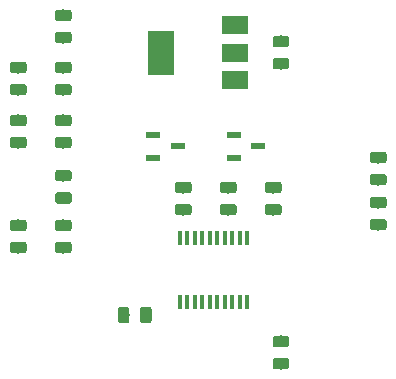
<source format=gbr>
G04 #@! TF.GenerationSoftware,KiCad,Pcbnew,(5.1.4)-1*
G04 #@! TF.CreationDate,2019-09-29T16:50:29-04:00*
G04 #@! TF.ProjectId,espDisp,65737044-6973-4702-9e6b-696361645f70,rev?*
G04 #@! TF.SameCoordinates,Original*
G04 #@! TF.FileFunction,Paste,Top*
G04 #@! TF.FilePolarity,Positive*
%FSLAX46Y46*%
G04 Gerber Fmt 4.6, Leading zero omitted, Abs format (unit mm)*
G04 Created by KiCad (PCBNEW (5.1.4)-1) date 2019-09-29 16:50:29*
%MOMM*%
%LPD*%
G04 APERTURE LIST*
%ADD10R,0.450000X1.250000*%
%ADD11R,1.300000X0.600000*%
%ADD12R,2.200000X1.500000*%
%ADD13R,2.200000X3.800000*%
%ADD14C,0.100000*%
%ADD15C,0.975000*%
G04 APERTURE END LIST*
D10*
X73342500Y-58559700D03*
X72707500Y-58559700D03*
X72072500Y-58559700D03*
X71437500Y-58559700D03*
X70802500Y-58559700D03*
X70167500Y-58559700D03*
X73977500Y-58559700D03*
X74612500Y-58559700D03*
X75247500Y-58559700D03*
X75882500Y-58559700D03*
X72707500Y-53200300D03*
X73342500Y-53200300D03*
X73977500Y-53200300D03*
X74612500Y-53200300D03*
X75247500Y-53200300D03*
X75882500Y-53200300D03*
X72072500Y-53200300D03*
X71437500Y-53200300D03*
X70802500Y-53200300D03*
X70167500Y-53200300D03*
D11*
X67945000Y-44455000D03*
X67945000Y-46355000D03*
X70045000Y-45405000D03*
X76835000Y-45405000D03*
X74735000Y-46355000D03*
X74735000Y-44455000D03*
D12*
X74880000Y-35165000D03*
X74880000Y-37465000D03*
X74880000Y-39765000D03*
D13*
X68580000Y-37465000D03*
D14*
G36*
X79220142Y-63316174D02*
G01*
X79243803Y-63319684D01*
X79267007Y-63325496D01*
X79289529Y-63333554D01*
X79311153Y-63343782D01*
X79331670Y-63356079D01*
X79350883Y-63370329D01*
X79368607Y-63386393D01*
X79384671Y-63404117D01*
X79398921Y-63423330D01*
X79411218Y-63443847D01*
X79421446Y-63465471D01*
X79429504Y-63487993D01*
X79435316Y-63511197D01*
X79438826Y-63534858D01*
X79440000Y-63558750D01*
X79440000Y-64046250D01*
X79438826Y-64070142D01*
X79435316Y-64093803D01*
X79429504Y-64117007D01*
X79421446Y-64139529D01*
X79411218Y-64161153D01*
X79398921Y-64181670D01*
X79384671Y-64200883D01*
X79368607Y-64218607D01*
X79350883Y-64234671D01*
X79331670Y-64248921D01*
X79311153Y-64261218D01*
X79289529Y-64271446D01*
X79267007Y-64279504D01*
X79243803Y-64285316D01*
X79220142Y-64288826D01*
X79196250Y-64290000D01*
X78283750Y-64290000D01*
X78259858Y-64288826D01*
X78236197Y-64285316D01*
X78212993Y-64279504D01*
X78190471Y-64271446D01*
X78168847Y-64261218D01*
X78148330Y-64248921D01*
X78129117Y-64234671D01*
X78111393Y-64218607D01*
X78095329Y-64200883D01*
X78081079Y-64181670D01*
X78068782Y-64161153D01*
X78058554Y-64139529D01*
X78050496Y-64117007D01*
X78044684Y-64093803D01*
X78041174Y-64070142D01*
X78040000Y-64046250D01*
X78040000Y-63558750D01*
X78041174Y-63534858D01*
X78044684Y-63511197D01*
X78050496Y-63487993D01*
X78058554Y-63465471D01*
X78068782Y-63443847D01*
X78081079Y-63423330D01*
X78095329Y-63404117D01*
X78111393Y-63386393D01*
X78129117Y-63370329D01*
X78148330Y-63356079D01*
X78168847Y-63343782D01*
X78190471Y-63333554D01*
X78212993Y-63325496D01*
X78236197Y-63319684D01*
X78259858Y-63316174D01*
X78283750Y-63315000D01*
X79196250Y-63315000D01*
X79220142Y-63316174D01*
X79220142Y-63316174D01*
G37*
D15*
X78740000Y-63802500D03*
D14*
G36*
X79220142Y-61441174D02*
G01*
X79243803Y-61444684D01*
X79267007Y-61450496D01*
X79289529Y-61458554D01*
X79311153Y-61468782D01*
X79331670Y-61481079D01*
X79350883Y-61495329D01*
X79368607Y-61511393D01*
X79384671Y-61529117D01*
X79398921Y-61548330D01*
X79411218Y-61568847D01*
X79421446Y-61590471D01*
X79429504Y-61612993D01*
X79435316Y-61636197D01*
X79438826Y-61659858D01*
X79440000Y-61683750D01*
X79440000Y-62171250D01*
X79438826Y-62195142D01*
X79435316Y-62218803D01*
X79429504Y-62242007D01*
X79421446Y-62264529D01*
X79411218Y-62286153D01*
X79398921Y-62306670D01*
X79384671Y-62325883D01*
X79368607Y-62343607D01*
X79350883Y-62359671D01*
X79331670Y-62373921D01*
X79311153Y-62386218D01*
X79289529Y-62396446D01*
X79267007Y-62404504D01*
X79243803Y-62410316D01*
X79220142Y-62413826D01*
X79196250Y-62415000D01*
X78283750Y-62415000D01*
X78259858Y-62413826D01*
X78236197Y-62410316D01*
X78212993Y-62404504D01*
X78190471Y-62396446D01*
X78168847Y-62386218D01*
X78148330Y-62373921D01*
X78129117Y-62359671D01*
X78111393Y-62343607D01*
X78095329Y-62325883D01*
X78081079Y-62306670D01*
X78068782Y-62286153D01*
X78058554Y-62264529D01*
X78050496Y-62242007D01*
X78044684Y-62218803D01*
X78041174Y-62195142D01*
X78040000Y-62171250D01*
X78040000Y-61683750D01*
X78041174Y-61659858D01*
X78044684Y-61636197D01*
X78050496Y-61612993D01*
X78058554Y-61590471D01*
X78068782Y-61568847D01*
X78081079Y-61548330D01*
X78095329Y-61529117D01*
X78111393Y-61511393D01*
X78129117Y-61495329D01*
X78148330Y-61481079D01*
X78168847Y-61468782D01*
X78190471Y-61458554D01*
X78212993Y-61450496D01*
X78236197Y-61444684D01*
X78259858Y-61441174D01*
X78283750Y-61440000D01*
X79196250Y-61440000D01*
X79220142Y-61441174D01*
X79220142Y-61441174D01*
G37*
D15*
X78740000Y-61927500D03*
D14*
G36*
X65702642Y-58991174D02*
G01*
X65726303Y-58994684D01*
X65749507Y-59000496D01*
X65772029Y-59008554D01*
X65793653Y-59018782D01*
X65814170Y-59031079D01*
X65833383Y-59045329D01*
X65851107Y-59061393D01*
X65867171Y-59079117D01*
X65881421Y-59098330D01*
X65893718Y-59118847D01*
X65903946Y-59140471D01*
X65912004Y-59162993D01*
X65917816Y-59186197D01*
X65921326Y-59209858D01*
X65922500Y-59233750D01*
X65922500Y-60146250D01*
X65921326Y-60170142D01*
X65917816Y-60193803D01*
X65912004Y-60217007D01*
X65903946Y-60239529D01*
X65893718Y-60261153D01*
X65881421Y-60281670D01*
X65867171Y-60300883D01*
X65851107Y-60318607D01*
X65833383Y-60334671D01*
X65814170Y-60348921D01*
X65793653Y-60361218D01*
X65772029Y-60371446D01*
X65749507Y-60379504D01*
X65726303Y-60385316D01*
X65702642Y-60388826D01*
X65678750Y-60390000D01*
X65191250Y-60390000D01*
X65167358Y-60388826D01*
X65143697Y-60385316D01*
X65120493Y-60379504D01*
X65097971Y-60371446D01*
X65076347Y-60361218D01*
X65055830Y-60348921D01*
X65036617Y-60334671D01*
X65018893Y-60318607D01*
X65002829Y-60300883D01*
X64988579Y-60281670D01*
X64976282Y-60261153D01*
X64966054Y-60239529D01*
X64957996Y-60217007D01*
X64952184Y-60193803D01*
X64948674Y-60170142D01*
X64947500Y-60146250D01*
X64947500Y-59233750D01*
X64948674Y-59209858D01*
X64952184Y-59186197D01*
X64957996Y-59162993D01*
X64966054Y-59140471D01*
X64976282Y-59118847D01*
X64988579Y-59098330D01*
X65002829Y-59079117D01*
X65018893Y-59061393D01*
X65036617Y-59045329D01*
X65055830Y-59031079D01*
X65076347Y-59018782D01*
X65097971Y-59008554D01*
X65120493Y-59000496D01*
X65143697Y-58994684D01*
X65167358Y-58991174D01*
X65191250Y-58990000D01*
X65678750Y-58990000D01*
X65702642Y-58991174D01*
X65702642Y-58991174D01*
G37*
D15*
X65435000Y-59690000D03*
D14*
G36*
X67577642Y-58991174D02*
G01*
X67601303Y-58994684D01*
X67624507Y-59000496D01*
X67647029Y-59008554D01*
X67668653Y-59018782D01*
X67689170Y-59031079D01*
X67708383Y-59045329D01*
X67726107Y-59061393D01*
X67742171Y-59079117D01*
X67756421Y-59098330D01*
X67768718Y-59118847D01*
X67778946Y-59140471D01*
X67787004Y-59162993D01*
X67792816Y-59186197D01*
X67796326Y-59209858D01*
X67797500Y-59233750D01*
X67797500Y-60146250D01*
X67796326Y-60170142D01*
X67792816Y-60193803D01*
X67787004Y-60217007D01*
X67778946Y-60239529D01*
X67768718Y-60261153D01*
X67756421Y-60281670D01*
X67742171Y-60300883D01*
X67726107Y-60318607D01*
X67708383Y-60334671D01*
X67689170Y-60348921D01*
X67668653Y-60361218D01*
X67647029Y-60371446D01*
X67624507Y-60379504D01*
X67601303Y-60385316D01*
X67577642Y-60388826D01*
X67553750Y-60390000D01*
X67066250Y-60390000D01*
X67042358Y-60388826D01*
X67018697Y-60385316D01*
X66995493Y-60379504D01*
X66972971Y-60371446D01*
X66951347Y-60361218D01*
X66930830Y-60348921D01*
X66911617Y-60334671D01*
X66893893Y-60318607D01*
X66877829Y-60300883D01*
X66863579Y-60281670D01*
X66851282Y-60261153D01*
X66841054Y-60239529D01*
X66832996Y-60217007D01*
X66827184Y-60193803D01*
X66823674Y-60170142D01*
X66822500Y-60146250D01*
X66822500Y-59233750D01*
X66823674Y-59209858D01*
X66827184Y-59186197D01*
X66832996Y-59162993D01*
X66841054Y-59140471D01*
X66851282Y-59118847D01*
X66863579Y-59098330D01*
X66877829Y-59079117D01*
X66893893Y-59061393D01*
X66911617Y-59045329D01*
X66930830Y-59031079D01*
X66951347Y-59018782D01*
X66972971Y-59008554D01*
X66995493Y-59000496D01*
X67018697Y-58994684D01*
X67042358Y-58991174D01*
X67066250Y-58990000D01*
X67553750Y-58990000D01*
X67577642Y-58991174D01*
X67577642Y-58991174D01*
G37*
D15*
X67310000Y-59690000D03*
D14*
G36*
X60805142Y-35708674D02*
G01*
X60828803Y-35712184D01*
X60852007Y-35717996D01*
X60874529Y-35726054D01*
X60896153Y-35736282D01*
X60916670Y-35748579D01*
X60935883Y-35762829D01*
X60953607Y-35778893D01*
X60969671Y-35796617D01*
X60983921Y-35815830D01*
X60996218Y-35836347D01*
X61006446Y-35857971D01*
X61014504Y-35880493D01*
X61020316Y-35903697D01*
X61023826Y-35927358D01*
X61025000Y-35951250D01*
X61025000Y-36438750D01*
X61023826Y-36462642D01*
X61020316Y-36486303D01*
X61014504Y-36509507D01*
X61006446Y-36532029D01*
X60996218Y-36553653D01*
X60983921Y-36574170D01*
X60969671Y-36593383D01*
X60953607Y-36611107D01*
X60935883Y-36627171D01*
X60916670Y-36641421D01*
X60896153Y-36653718D01*
X60874529Y-36663946D01*
X60852007Y-36672004D01*
X60828803Y-36677816D01*
X60805142Y-36681326D01*
X60781250Y-36682500D01*
X59868750Y-36682500D01*
X59844858Y-36681326D01*
X59821197Y-36677816D01*
X59797993Y-36672004D01*
X59775471Y-36663946D01*
X59753847Y-36653718D01*
X59733330Y-36641421D01*
X59714117Y-36627171D01*
X59696393Y-36611107D01*
X59680329Y-36593383D01*
X59666079Y-36574170D01*
X59653782Y-36553653D01*
X59643554Y-36532029D01*
X59635496Y-36509507D01*
X59629684Y-36486303D01*
X59626174Y-36462642D01*
X59625000Y-36438750D01*
X59625000Y-35951250D01*
X59626174Y-35927358D01*
X59629684Y-35903697D01*
X59635496Y-35880493D01*
X59643554Y-35857971D01*
X59653782Y-35836347D01*
X59666079Y-35815830D01*
X59680329Y-35796617D01*
X59696393Y-35778893D01*
X59714117Y-35762829D01*
X59733330Y-35748579D01*
X59753847Y-35736282D01*
X59775471Y-35726054D01*
X59797993Y-35717996D01*
X59821197Y-35712184D01*
X59844858Y-35708674D01*
X59868750Y-35707500D01*
X60781250Y-35707500D01*
X60805142Y-35708674D01*
X60805142Y-35708674D01*
G37*
D15*
X60325000Y-36195000D03*
D14*
G36*
X60805142Y-33833674D02*
G01*
X60828803Y-33837184D01*
X60852007Y-33842996D01*
X60874529Y-33851054D01*
X60896153Y-33861282D01*
X60916670Y-33873579D01*
X60935883Y-33887829D01*
X60953607Y-33903893D01*
X60969671Y-33921617D01*
X60983921Y-33940830D01*
X60996218Y-33961347D01*
X61006446Y-33982971D01*
X61014504Y-34005493D01*
X61020316Y-34028697D01*
X61023826Y-34052358D01*
X61025000Y-34076250D01*
X61025000Y-34563750D01*
X61023826Y-34587642D01*
X61020316Y-34611303D01*
X61014504Y-34634507D01*
X61006446Y-34657029D01*
X60996218Y-34678653D01*
X60983921Y-34699170D01*
X60969671Y-34718383D01*
X60953607Y-34736107D01*
X60935883Y-34752171D01*
X60916670Y-34766421D01*
X60896153Y-34778718D01*
X60874529Y-34788946D01*
X60852007Y-34797004D01*
X60828803Y-34802816D01*
X60805142Y-34806326D01*
X60781250Y-34807500D01*
X59868750Y-34807500D01*
X59844858Y-34806326D01*
X59821197Y-34802816D01*
X59797993Y-34797004D01*
X59775471Y-34788946D01*
X59753847Y-34778718D01*
X59733330Y-34766421D01*
X59714117Y-34752171D01*
X59696393Y-34736107D01*
X59680329Y-34718383D01*
X59666079Y-34699170D01*
X59653782Y-34678653D01*
X59643554Y-34657029D01*
X59635496Y-34634507D01*
X59629684Y-34611303D01*
X59626174Y-34587642D01*
X59625000Y-34563750D01*
X59625000Y-34076250D01*
X59626174Y-34052358D01*
X59629684Y-34028697D01*
X59635496Y-34005493D01*
X59643554Y-33982971D01*
X59653782Y-33961347D01*
X59666079Y-33940830D01*
X59680329Y-33921617D01*
X59696393Y-33903893D01*
X59714117Y-33887829D01*
X59733330Y-33873579D01*
X59753847Y-33861282D01*
X59775471Y-33851054D01*
X59797993Y-33842996D01*
X59821197Y-33837184D01*
X59844858Y-33833674D01*
X59868750Y-33832500D01*
X60781250Y-33832500D01*
X60805142Y-33833674D01*
X60805142Y-33833674D01*
G37*
D15*
X60325000Y-34320000D03*
D14*
G36*
X60805142Y-53488674D02*
G01*
X60828803Y-53492184D01*
X60852007Y-53497996D01*
X60874529Y-53506054D01*
X60896153Y-53516282D01*
X60916670Y-53528579D01*
X60935883Y-53542829D01*
X60953607Y-53558893D01*
X60969671Y-53576617D01*
X60983921Y-53595830D01*
X60996218Y-53616347D01*
X61006446Y-53637971D01*
X61014504Y-53660493D01*
X61020316Y-53683697D01*
X61023826Y-53707358D01*
X61025000Y-53731250D01*
X61025000Y-54218750D01*
X61023826Y-54242642D01*
X61020316Y-54266303D01*
X61014504Y-54289507D01*
X61006446Y-54312029D01*
X60996218Y-54333653D01*
X60983921Y-54354170D01*
X60969671Y-54373383D01*
X60953607Y-54391107D01*
X60935883Y-54407171D01*
X60916670Y-54421421D01*
X60896153Y-54433718D01*
X60874529Y-54443946D01*
X60852007Y-54452004D01*
X60828803Y-54457816D01*
X60805142Y-54461326D01*
X60781250Y-54462500D01*
X59868750Y-54462500D01*
X59844858Y-54461326D01*
X59821197Y-54457816D01*
X59797993Y-54452004D01*
X59775471Y-54443946D01*
X59753847Y-54433718D01*
X59733330Y-54421421D01*
X59714117Y-54407171D01*
X59696393Y-54391107D01*
X59680329Y-54373383D01*
X59666079Y-54354170D01*
X59653782Y-54333653D01*
X59643554Y-54312029D01*
X59635496Y-54289507D01*
X59629684Y-54266303D01*
X59626174Y-54242642D01*
X59625000Y-54218750D01*
X59625000Y-53731250D01*
X59626174Y-53707358D01*
X59629684Y-53683697D01*
X59635496Y-53660493D01*
X59643554Y-53637971D01*
X59653782Y-53616347D01*
X59666079Y-53595830D01*
X59680329Y-53576617D01*
X59696393Y-53558893D01*
X59714117Y-53542829D01*
X59733330Y-53528579D01*
X59753847Y-53516282D01*
X59775471Y-53506054D01*
X59797993Y-53497996D01*
X59821197Y-53492184D01*
X59844858Y-53488674D01*
X59868750Y-53487500D01*
X60781250Y-53487500D01*
X60805142Y-53488674D01*
X60805142Y-53488674D01*
G37*
D15*
X60325000Y-53975000D03*
D14*
G36*
X60805142Y-51613674D02*
G01*
X60828803Y-51617184D01*
X60852007Y-51622996D01*
X60874529Y-51631054D01*
X60896153Y-51641282D01*
X60916670Y-51653579D01*
X60935883Y-51667829D01*
X60953607Y-51683893D01*
X60969671Y-51701617D01*
X60983921Y-51720830D01*
X60996218Y-51741347D01*
X61006446Y-51762971D01*
X61014504Y-51785493D01*
X61020316Y-51808697D01*
X61023826Y-51832358D01*
X61025000Y-51856250D01*
X61025000Y-52343750D01*
X61023826Y-52367642D01*
X61020316Y-52391303D01*
X61014504Y-52414507D01*
X61006446Y-52437029D01*
X60996218Y-52458653D01*
X60983921Y-52479170D01*
X60969671Y-52498383D01*
X60953607Y-52516107D01*
X60935883Y-52532171D01*
X60916670Y-52546421D01*
X60896153Y-52558718D01*
X60874529Y-52568946D01*
X60852007Y-52577004D01*
X60828803Y-52582816D01*
X60805142Y-52586326D01*
X60781250Y-52587500D01*
X59868750Y-52587500D01*
X59844858Y-52586326D01*
X59821197Y-52582816D01*
X59797993Y-52577004D01*
X59775471Y-52568946D01*
X59753847Y-52558718D01*
X59733330Y-52546421D01*
X59714117Y-52532171D01*
X59696393Y-52516107D01*
X59680329Y-52498383D01*
X59666079Y-52479170D01*
X59653782Y-52458653D01*
X59643554Y-52437029D01*
X59635496Y-52414507D01*
X59629684Y-52391303D01*
X59626174Y-52367642D01*
X59625000Y-52343750D01*
X59625000Y-51856250D01*
X59626174Y-51832358D01*
X59629684Y-51808697D01*
X59635496Y-51785493D01*
X59643554Y-51762971D01*
X59653782Y-51741347D01*
X59666079Y-51720830D01*
X59680329Y-51701617D01*
X59696393Y-51683893D01*
X59714117Y-51667829D01*
X59733330Y-51653579D01*
X59753847Y-51641282D01*
X59775471Y-51631054D01*
X59797993Y-51622996D01*
X59821197Y-51617184D01*
X59844858Y-51613674D01*
X59868750Y-51612500D01*
X60781250Y-51612500D01*
X60805142Y-51613674D01*
X60805142Y-51613674D01*
G37*
D15*
X60325000Y-52100000D03*
D14*
G36*
X79220142Y-36041174D02*
G01*
X79243803Y-36044684D01*
X79267007Y-36050496D01*
X79289529Y-36058554D01*
X79311153Y-36068782D01*
X79331670Y-36081079D01*
X79350883Y-36095329D01*
X79368607Y-36111393D01*
X79384671Y-36129117D01*
X79398921Y-36148330D01*
X79411218Y-36168847D01*
X79421446Y-36190471D01*
X79429504Y-36212993D01*
X79435316Y-36236197D01*
X79438826Y-36259858D01*
X79440000Y-36283750D01*
X79440000Y-36771250D01*
X79438826Y-36795142D01*
X79435316Y-36818803D01*
X79429504Y-36842007D01*
X79421446Y-36864529D01*
X79411218Y-36886153D01*
X79398921Y-36906670D01*
X79384671Y-36925883D01*
X79368607Y-36943607D01*
X79350883Y-36959671D01*
X79331670Y-36973921D01*
X79311153Y-36986218D01*
X79289529Y-36996446D01*
X79267007Y-37004504D01*
X79243803Y-37010316D01*
X79220142Y-37013826D01*
X79196250Y-37015000D01*
X78283750Y-37015000D01*
X78259858Y-37013826D01*
X78236197Y-37010316D01*
X78212993Y-37004504D01*
X78190471Y-36996446D01*
X78168847Y-36986218D01*
X78148330Y-36973921D01*
X78129117Y-36959671D01*
X78111393Y-36943607D01*
X78095329Y-36925883D01*
X78081079Y-36906670D01*
X78068782Y-36886153D01*
X78058554Y-36864529D01*
X78050496Y-36842007D01*
X78044684Y-36818803D01*
X78041174Y-36795142D01*
X78040000Y-36771250D01*
X78040000Y-36283750D01*
X78041174Y-36259858D01*
X78044684Y-36236197D01*
X78050496Y-36212993D01*
X78058554Y-36190471D01*
X78068782Y-36168847D01*
X78081079Y-36148330D01*
X78095329Y-36129117D01*
X78111393Y-36111393D01*
X78129117Y-36095329D01*
X78148330Y-36081079D01*
X78168847Y-36068782D01*
X78190471Y-36058554D01*
X78212993Y-36050496D01*
X78236197Y-36044684D01*
X78259858Y-36041174D01*
X78283750Y-36040000D01*
X79196250Y-36040000D01*
X79220142Y-36041174D01*
X79220142Y-36041174D01*
G37*
D15*
X78740000Y-36527500D03*
D14*
G36*
X79220142Y-37916174D02*
G01*
X79243803Y-37919684D01*
X79267007Y-37925496D01*
X79289529Y-37933554D01*
X79311153Y-37943782D01*
X79331670Y-37956079D01*
X79350883Y-37970329D01*
X79368607Y-37986393D01*
X79384671Y-38004117D01*
X79398921Y-38023330D01*
X79411218Y-38043847D01*
X79421446Y-38065471D01*
X79429504Y-38087993D01*
X79435316Y-38111197D01*
X79438826Y-38134858D01*
X79440000Y-38158750D01*
X79440000Y-38646250D01*
X79438826Y-38670142D01*
X79435316Y-38693803D01*
X79429504Y-38717007D01*
X79421446Y-38739529D01*
X79411218Y-38761153D01*
X79398921Y-38781670D01*
X79384671Y-38800883D01*
X79368607Y-38818607D01*
X79350883Y-38834671D01*
X79331670Y-38848921D01*
X79311153Y-38861218D01*
X79289529Y-38871446D01*
X79267007Y-38879504D01*
X79243803Y-38885316D01*
X79220142Y-38888826D01*
X79196250Y-38890000D01*
X78283750Y-38890000D01*
X78259858Y-38888826D01*
X78236197Y-38885316D01*
X78212993Y-38879504D01*
X78190471Y-38871446D01*
X78168847Y-38861218D01*
X78148330Y-38848921D01*
X78129117Y-38834671D01*
X78111393Y-38818607D01*
X78095329Y-38800883D01*
X78081079Y-38781670D01*
X78068782Y-38761153D01*
X78058554Y-38739529D01*
X78050496Y-38717007D01*
X78044684Y-38693803D01*
X78041174Y-38670142D01*
X78040000Y-38646250D01*
X78040000Y-38158750D01*
X78041174Y-38134858D01*
X78044684Y-38111197D01*
X78050496Y-38087993D01*
X78058554Y-38065471D01*
X78068782Y-38043847D01*
X78081079Y-38023330D01*
X78095329Y-38004117D01*
X78111393Y-37986393D01*
X78129117Y-37970329D01*
X78148330Y-37956079D01*
X78168847Y-37943782D01*
X78190471Y-37933554D01*
X78212993Y-37925496D01*
X78236197Y-37919684D01*
X78259858Y-37916174D01*
X78283750Y-37915000D01*
X79196250Y-37915000D01*
X79220142Y-37916174D01*
X79220142Y-37916174D01*
G37*
D15*
X78740000Y-38402500D03*
D14*
G36*
X87475142Y-49678674D02*
G01*
X87498803Y-49682184D01*
X87522007Y-49687996D01*
X87544529Y-49696054D01*
X87566153Y-49706282D01*
X87586670Y-49718579D01*
X87605883Y-49732829D01*
X87623607Y-49748893D01*
X87639671Y-49766617D01*
X87653921Y-49785830D01*
X87666218Y-49806347D01*
X87676446Y-49827971D01*
X87684504Y-49850493D01*
X87690316Y-49873697D01*
X87693826Y-49897358D01*
X87695000Y-49921250D01*
X87695000Y-50408750D01*
X87693826Y-50432642D01*
X87690316Y-50456303D01*
X87684504Y-50479507D01*
X87676446Y-50502029D01*
X87666218Y-50523653D01*
X87653921Y-50544170D01*
X87639671Y-50563383D01*
X87623607Y-50581107D01*
X87605883Y-50597171D01*
X87586670Y-50611421D01*
X87566153Y-50623718D01*
X87544529Y-50633946D01*
X87522007Y-50642004D01*
X87498803Y-50647816D01*
X87475142Y-50651326D01*
X87451250Y-50652500D01*
X86538750Y-50652500D01*
X86514858Y-50651326D01*
X86491197Y-50647816D01*
X86467993Y-50642004D01*
X86445471Y-50633946D01*
X86423847Y-50623718D01*
X86403330Y-50611421D01*
X86384117Y-50597171D01*
X86366393Y-50581107D01*
X86350329Y-50563383D01*
X86336079Y-50544170D01*
X86323782Y-50523653D01*
X86313554Y-50502029D01*
X86305496Y-50479507D01*
X86299684Y-50456303D01*
X86296174Y-50432642D01*
X86295000Y-50408750D01*
X86295000Y-49921250D01*
X86296174Y-49897358D01*
X86299684Y-49873697D01*
X86305496Y-49850493D01*
X86313554Y-49827971D01*
X86323782Y-49806347D01*
X86336079Y-49785830D01*
X86350329Y-49766617D01*
X86366393Y-49748893D01*
X86384117Y-49732829D01*
X86403330Y-49718579D01*
X86423847Y-49706282D01*
X86445471Y-49696054D01*
X86467993Y-49687996D01*
X86491197Y-49682184D01*
X86514858Y-49678674D01*
X86538750Y-49677500D01*
X87451250Y-49677500D01*
X87475142Y-49678674D01*
X87475142Y-49678674D01*
G37*
D15*
X86995000Y-50165000D03*
D14*
G36*
X87475142Y-51553674D02*
G01*
X87498803Y-51557184D01*
X87522007Y-51562996D01*
X87544529Y-51571054D01*
X87566153Y-51581282D01*
X87586670Y-51593579D01*
X87605883Y-51607829D01*
X87623607Y-51623893D01*
X87639671Y-51641617D01*
X87653921Y-51660830D01*
X87666218Y-51681347D01*
X87676446Y-51702971D01*
X87684504Y-51725493D01*
X87690316Y-51748697D01*
X87693826Y-51772358D01*
X87695000Y-51796250D01*
X87695000Y-52283750D01*
X87693826Y-52307642D01*
X87690316Y-52331303D01*
X87684504Y-52354507D01*
X87676446Y-52377029D01*
X87666218Y-52398653D01*
X87653921Y-52419170D01*
X87639671Y-52438383D01*
X87623607Y-52456107D01*
X87605883Y-52472171D01*
X87586670Y-52486421D01*
X87566153Y-52498718D01*
X87544529Y-52508946D01*
X87522007Y-52517004D01*
X87498803Y-52522816D01*
X87475142Y-52526326D01*
X87451250Y-52527500D01*
X86538750Y-52527500D01*
X86514858Y-52526326D01*
X86491197Y-52522816D01*
X86467993Y-52517004D01*
X86445471Y-52508946D01*
X86423847Y-52498718D01*
X86403330Y-52486421D01*
X86384117Y-52472171D01*
X86366393Y-52456107D01*
X86350329Y-52438383D01*
X86336079Y-52419170D01*
X86323782Y-52398653D01*
X86313554Y-52377029D01*
X86305496Y-52354507D01*
X86299684Y-52331303D01*
X86296174Y-52307642D01*
X86295000Y-52283750D01*
X86295000Y-51796250D01*
X86296174Y-51772358D01*
X86299684Y-51748697D01*
X86305496Y-51725493D01*
X86313554Y-51702971D01*
X86323782Y-51681347D01*
X86336079Y-51660830D01*
X86350329Y-51641617D01*
X86366393Y-51623893D01*
X86384117Y-51607829D01*
X86403330Y-51593579D01*
X86423847Y-51581282D01*
X86445471Y-51571054D01*
X86467993Y-51562996D01*
X86491197Y-51557184D01*
X86514858Y-51553674D01*
X86538750Y-51552500D01*
X87451250Y-51552500D01*
X87475142Y-51553674D01*
X87475142Y-51553674D01*
G37*
D15*
X86995000Y-52040000D03*
D14*
G36*
X56995142Y-40123674D02*
G01*
X57018803Y-40127184D01*
X57042007Y-40132996D01*
X57064529Y-40141054D01*
X57086153Y-40151282D01*
X57106670Y-40163579D01*
X57125883Y-40177829D01*
X57143607Y-40193893D01*
X57159671Y-40211617D01*
X57173921Y-40230830D01*
X57186218Y-40251347D01*
X57196446Y-40272971D01*
X57204504Y-40295493D01*
X57210316Y-40318697D01*
X57213826Y-40342358D01*
X57215000Y-40366250D01*
X57215000Y-40853750D01*
X57213826Y-40877642D01*
X57210316Y-40901303D01*
X57204504Y-40924507D01*
X57196446Y-40947029D01*
X57186218Y-40968653D01*
X57173921Y-40989170D01*
X57159671Y-41008383D01*
X57143607Y-41026107D01*
X57125883Y-41042171D01*
X57106670Y-41056421D01*
X57086153Y-41068718D01*
X57064529Y-41078946D01*
X57042007Y-41087004D01*
X57018803Y-41092816D01*
X56995142Y-41096326D01*
X56971250Y-41097500D01*
X56058750Y-41097500D01*
X56034858Y-41096326D01*
X56011197Y-41092816D01*
X55987993Y-41087004D01*
X55965471Y-41078946D01*
X55943847Y-41068718D01*
X55923330Y-41056421D01*
X55904117Y-41042171D01*
X55886393Y-41026107D01*
X55870329Y-41008383D01*
X55856079Y-40989170D01*
X55843782Y-40968653D01*
X55833554Y-40947029D01*
X55825496Y-40924507D01*
X55819684Y-40901303D01*
X55816174Y-40877642D01*
X55815000Y-40853750D01*
X55815000Y-40366250D01*
X55816174Y-40342358D01*
X55819684Y-40318697D01*
X55825496Y-40295493D01*
X55833554Y-40272971D01*
X55843782Y-40251347D01*
X55856079Y-40230830D01*
X55870329Y-40211617D01*
X55886393Y-40193893D01*
X55904117Y-40177829D01*
X55923330Y-40163579D01*
X55943847Y-40151282D01*
X55965471Y-40141054D01*
X55987993Y-40132996D01*
X56011197Y-40127184D01*
X56034858Y-40123674D01*
X56058750Y-40122500D01*
X56971250Y-40122500D01*
X56995142Y-40123674D01*
X56995142Y-40123674D01*
G37*
D15*
X56515000Y-40610000D03*
D14*
G36*
X56995142Y-38248674D02*
G01*
X57018803Y-38252184D01*
X57042007Y-38257996D01*
X57064529Y-38266054D01*
X57086153Y-38276282D01*
X57106670Y-38288579D01*
X57125883Y-38302829D01*
X57143607Y-38318893D01*
X57159671Y-38336617D01*
X57173921Y-38355830D01*
X57186218Y-38376347D01*
X57196446Y-38397971D01*
X57204504Y-38420493D01*
X57210316Y-38443697D01*
X57213826Y-38467358D01*
X57215000Y-38491250D01*
X57215000Y-38978750D01*
X57213826Y-39002642D01*
X57210316Y-39026303D01*
X57204504Y-39049507D01*
X57196446Y-39072029D01*
X57186218Y-39093653D01*
X57173921Y-39114170D01*
X57159671Y-39133383D01*
X57143607Y-39151107D01*
X57125883Y-39167171D01*
X57106670Y-39181421D01*
X57086153Y-39193718D01*
X57064529Y-39203946D01*
X57042007Y-39212004D01*
X57018803Y-39217816D01*
X56995142Y-39221326D01*
X56971250Y-39222500D01*
X56058750Y-39222500D01*
X56034858Y-39221326D01*
X56011197Y-39217816D01*
X55987993Y-39212004D01*
X55965471Y-39203946D01*
X55943847Y-39193718D01*
X55923330Y-39181421D01*
X55904117Y-39167171D01*
X55886393Y-39151107D01*
X55870329Y-39133383D01*
X55856079Y-39114170D01*
X55843782Y-39093653D01*
X55833554Y-39072029D01*
X55825496Y-39049507D01*
X55819684Y-39026303D01*
X55816174Y-39002642D01*
X55815000Y-38978750D01*
X55815000Y-38491250D01*
X55816174Y-38467358D01*
X55819684Y-38443697D01*
X55825496Y-38420493D01*
X55833554Y-38397971D01*
X55843782Y-38376347D01*
X55856079Y-38355830D01*
X55870329Y-38336617D01*
X55886393Y-38318893D01*
X55904117Y-38302829D01*
X55923330Y-38288579D01*
X55943847Y-38276282D01*
X55965471Y-38266054D01*
X55987993Y-38257996D01*
X56011197Y-38252184D01*
X56034858Y-38248674D01*
X56058750Y-38247500D01*
X56971250Y-38247500D01*
X56995142Y-38248674D01*
X56995142Y-38248674D01*
G37*
D15*
X56515000Y-38735000D03*
D14*
G36*
X70965142Y-50283674D02*
G01*
X70988803Y-50287184D01*
X71012007Y-50292996D01*
X71034529Y-50301054D01*
X71056153Y-50311282D01*
X71076670Y-50323579D01*
X71095883Y-50337829D01*
X71113607Y-50353893D01*
X71129671Y-50371617D01*
X71143921Y-50390830D01*
X71156218Y-50411347D01*
X71166446Y-50432971D01*
X71174504Y-50455493D01*
X71180316Y-50478697D01*
X71183826Y-50502358D01*
X71185000Y-50526250D01*
X71185000Y-51013750D01*
X71183826Y-51037642D01*
X71180316Y-51061303D01*
X71174504Y-51084507D01*
X71166446Y-51107029D01*
X71156218Y-51128653D01*
X71143921Y-51149170D01*
X71129671Y-51168383D01*
X71113607Y-51186107D01*
X71095883Y-51202171D01*
X71076670Y-51216421D01*
X71056153Y-51228718D01*
X71034529Y-51238946D01*
X71012007Y-51247004D01*
X70988803Y-51252816D01*
X70965142Y-51256326D01*
X70941250Y-51257500D01*
X70028750Y-51257500D01*
X70004858Y-51256326D01*
X69981197Y-51252816D01*
X69957993Y-51247004D01*
X69935471Y-51238946D01*
X69913847Y-51228718D01*
X69893330Y-51216421D01*
X69874117Y-51202171D01*
X69856393Y-51186107D01*
X69840329Y-51168383D01*
X69826079Y-51149170D01*
X69813782Y-51128653D01*
X69803554Y-51107029D01*
X69795496Y-51084507D01*
X69789684Y-51061303D01*
X69786174Y-51037642D01*
X69785000Y-51013750D01*
X69785000Y-50526250D01*
X69786174Y-50502358D01*
X69789684Y-50478697D01*
X69795496Y-50455493D01*
X69803554Y-50432971D01*
X69813782Y-50411347D01*
X69826079Y-50390830D01*
X69840329Y-50371617D01*
X69856393Y-50353893D01*
X69874117Y-50337829D01*
X69893330Y-50323579D01*
X69913847Y-50311282D01*
X69935471Y-50301054D01*
X69957993Y-50292996D01*
X69981197Y-50287184D01*
X70004858Y-50283674D01*
X70028750Y-50282500D01*
X70941250Y-50282500D01*
X70965142Y-50283674D01*
X70965142Y-50283674D01*
G37*
D15*
X70485000Y-50770000D03*
D14*
G36*
X70965142Y-48408674D02*
G01*
X70988803Y-48412184D01*
X71012007Y-48417996D01*
X71034529Y-48426054D01*
X71056153Y-48436282D01*
X71076670Y-48448579D01*
X71095883Y-48462829D01*
X71113607Y-48478893D01*
X71129671Y-48496617D01*
X71143921Y-48515830D01*
X71156218Y-48536347D01*
X71166446Y-48557971D01*
X71174504Y-48580493D01*
X71180316Y-48603697D01*
X71183826Y-48627358D01*
X71185000Y-48651250D01*
X71185000Y-49138750D01*
X71183826Y-49162642D01*
X71180316Y-49186303D01*
X71174504Y-49209507D01*
X71166446Y-49232029D01*
X71156218Y-49253653D01*
X71143921Y-49274170D01*
X71129671Y-49293383D01*
X71113607Y-49311107D01*
X71095883Y-49327171D01*
X71076670Y-49341421D01*
X71056153Y-49353718D01*
X71034529Y-49363946D01*
X71012007Y-49372004D01*
X70988803Y-49377816D01*
X70965142Y-49381326D01*
X70941250Y-49382500D01*
X70028750Y-49382500D01*
X70004858Y-49381326D01*
X69981197Y-49377816D01*
X69957993Y-49372004D01*
X69935471Y-49363946D01*
X69913847Y-49353718D01*
X69893330Y-49341421D01*
X69874117Y-49327171D01*
X69856393Y-49311107D01*
X69840329Y-49293383D01*
X69826079Y-49274170D01*
X69813782Y-49253653D01*
X69803554Y-49232029D01*
X69795496Y-49209507D01*
X69789684Y-49186303D01*
X69786174Y-49162642D01*
X69785000Y-49138750D01*
X69785000Y-48651250D01*
X69786174Y-48627358D01*
X69789684Y-48603697D01*
X69795496Y-48580493D01*
X69803554Y-48557971D01*
X69813782Y-48536347D01*
X69826079Y-48515830D01*
X69840329Y-48496617D01*
X69856393Y-48478893D01*
X69874117Y-48462829D01*
X69893330Y-48448579D01*
X69913847Y-48436282D01*
X69935471Y-48426054D01*
X69957993Y-48417996D01*
X69981197Y-48412184D01*
X70004858Y-48408674D01*
X70028750Y-48407500D01*
X70941250Y-48407500D01*
X70965142Y-48408674D01*
X70965142Y-48408674D01*
G37*
D15*
X70485000Y-48895000D03*
D14*
G36*
X60805142Y-38248674D02*
G01*
X60828803Y-38252184D01*
X60852007Y-38257996D01*
X60874529Y-38266054D01*
X60896153Y-38276282D01*
X60916670Y-38288579D01*
X60935883Y-38302829D01*
X60953607Y-38318893D01*
X60969671Y-38336617D01*
X60983921Y-38355830D01*
X60996218Y-38376347D01*
X61006446Y-38397971D01*
X61014504Y-38420493D01*
X61020316Y-38443697D01*
X61023826Y-38467358D01*
X61025000Y-38491250D01*
X61025000Y-38978750D01*
X61023826Y-39002642D01*
X61020316Y-39026303D01*
X61014504Y-39049507D01*
X61006446Y-39072029D01*
X60996218Y-39093653D01*
X60983921Y-39114170D01*
X60969671Y-39133383D01*
X60953607Y-39151107D01*
X60935883Y-39167171D01*
X60916670Y-39181421D01*
X60896153Y-39193718D01*
X60874529Y-39203946D01*
X60852007Y-39212004D01*
X60828803Y-39217816D01*
X60805142Y-39221326D01*
X60781250Y-39222500D01*
X59868750Y-39222500D01*
X59844858Y-39221326D01*
X59821197Y-39217816D01*
X59797993Y-39212004D01*
X59775471Y-39203946D01*
X59753847Y-39193718D01*
X59733330Y-39181421D01*
X59714117Y-39167171D01*
X59696393Y-39151107D01*
X59680329Y-39133383D01*
X59666079Y-39114170D01*
X59653782Y-39093653D01*
X59643554Y-39072029D01*
X59635496Y-39049507D01*
X59629684Y-39026303D01*
X59626174Y-39002642D01*
X59625000Y-38978750D01*
X59625000Y-38491250D01*
X59626174Y-38467358D01*
X59629684Y-38443697D01*
X59635496Y-38420493D01*
X59643554Y-38397971D01*
X59653782Y-38376347D01*
X59666079Y-38355830D01*
X59680329Y-38336617D01*
X59696393Y-38318893D01*
X59714117Y-38302829D01*
X59733330Y-38288579D01*
X59753847Y-38276282D01*
X59775471Y-38266054D01*
X59797993Y-38257996D01*
X59821197Y-38252184D01*
X59844858Y-38248674D01*
X59868750Y-38247500D01*
X60781250Y-38247500D01*
X60805142Y-38248674D01*
X60805142Y-38248674D01*
G37*
D15*
X60325000Y-38735000D03*
D14*
G36*
X60805142Y-40123674D02*
G01*
X60828803Y-40127184D01*
X60852007Y-40132996D01*
X60874529Y-40141054D01*
X60896153Y-40151282D01*
X60916670Y-40163579D01*
X60935883Y-40177829D01*
X60953607Y-40193893D01*
X60969671Y-40211617D01*
X60983921Y-40230830D01*
X60996218Y-40251347D01*
X61006446Y-40272971D01*
X61014504Y-40295493D01*
X61020316Y-40318697D01*
X61023826Y-40342358D01*
X61025000Y-40366250D01*
X61025000Y-40853750D01*
X61023826Y-40877642D01*
X61020316Y-40901303D01*
X61014504Y-40924507D01*
X61006446Y-40947029D01*
X60996218Y-40968653D01*
X60983921Y-40989170D01*
X60969671Y-41008383D01*
X60953607Y-41026107D01*
X60935883Y-41042171D01*
X60916670Y-41056421D01*
X60896153Y-41068718D01*
X60874529Y-41078946D01*
X60852007Y-41087004D01*
X60828803Y-41092816D01*
X60805142Y-41096326D01*
X60781250Y-41097500D01*
X59868750Y-41097500D01*
X59844858Y-41096326D01*
X59821197Y-41092816D01*
X59797993Y-41087004D01*
X59775471Y-41078946D01*
X59753847Y-41068718D01*
X59733330Y-41056421D01*
X59714117Y-41042171D01*
X59696393Y-41026107D01*
X59680329Y-41008383D01*
X59666079Y-40989170D01*
X59653782Y-40968653D01*
X59643554Y-40947029D01*
X59635496Y-40924507D01*
X59629684Y-40901303D01*
X59626174Y-40877642D01*
X59625000Y-40853750D01*
X59625000Y-40366250D01*
X59626174Y-40342358D01*
X59629684Y-40318697D01*
X59635496Y-40295493D01*
X59643554Y-40272971D01*
X59653782Y-40251347D01*
X59666079Y-40230830D01*
X59680329Y-40211617D01*
X59696393Y-40193893D01*
X59714117Y-40177829D01*
X59733330Y-40163579D01*
X59753847Y-40151282D01*
X59775471Y-40141054D01*
X59797993Y-40132996D01*
X59821197Y-40127184D01*
X59844858Y-40123674D01*
X59868750Y-40122500D01*
X60781250Y-40122500D01*
X60805142Y-40123674D01*
X60805142Y-40123674D01*
G37*
D15*
X60325000Y-40610000D03*
D14*
G36*
X74775142Y-48408674D02*
G01*
X74798803Y-48412184D01*
X74822007Y-48417996D01*
X74844529Y-48426054D01*
X74866153Y-48436282D01*
X74886670Y-48448579D01*
X74905883Y-48462829D01*
X74923607Y-48478893D01*
X74939671Y-48496617D01*
X74953921Y-48515830D01*
X74966218Y-48536347D01*
X74976446Y-48557971D01*
X74984504Y-48580493D01*
X74990316Y-48603697D01*
X74993826Y-48627358D01*
X74995000Y-48651250D01*
X74995000Y-49138750D01*
X74993826Y-49162642D01*
X74990316Y-49186303D01*
X74984504Y-49209507D01*
X74976446Y-49232029D01*
X74966218Y-49253653D01*
X74953921Y-49274170D01*
X74939671Y-49293383D01*
X74923607Y-49311107D01*
X74905883Y-49327171D01*
X74886670Y-49341421D01*
X74866153Y-49353718D01*
X74844529Y-49363946D01*
X74822007Y-49372004D01*
X74798803Y-49377816D01*
X74775142Y-49381326D01*
X74751250Y-49382500D01*
X73838750Y-49382500D01*
X73814858Y-49381326D01*
X73791197Y-49377816D01*
X73767993Y-49372004D01*
X73745471Y-49363946D01*
X73723847Y-49353718D01*
X73703330Y-49341421D01*
X73684117Y-49327171D01*
X73666393Y-49311107D01*
X73650329Y-49293383D01*
X73636079Y-49274170D01*
X73623782Y-49253653D01*
X73613554Y-49232029D01*
X73605496Y-49209507D01*
X73599684Y-49186303D01*
X73596174Y-49162642D01*
X73595000Y-49138750D01*
X73595000Y-48651250D01*
X73596174Y-48627358D01*
X73599684Y-48603697D01*
X73605496Y-48580493D01*
X73613554Y-48557971D01*
X73623782Y-48536347D01*
X73636079Y-48515830D01*
X73650329Y-48496617D01*
X73666393Y-48478893D01*
X73684117Y-48462829D01*
X73703330Y-48448579D01*
X73723847Y-48436282D01*
X73745471Y-48426054D01*
X73767993Y-48417996D01*
X73791197Y-48412184D01*
X73814858Y-48408674D01*
X73838750Y-48407500D01*
X74751250Y-48407500D01*
X74775142Y-48408674D01*
X74775142Y-48408674D01*
G37*
D15*
X74295000Y-48895000D03*
D14*
G36*
X74775142Y-50283674D02*
G01*
X74798803Y-50287184D01*
X74822007Y-50292996D01*
X74844529Y-50301054D01*
X74866153Y-50311282D01*
X74886670Y-50323579D01*
X74905883Y-50337829D01*
X74923607Y-50353893D01*
X74939671Y-50371617D01*
X74953921Y-50390830D01*
X74966218Y-50411347D01*
X74976446Y-50432971D01*
X74984504Y-50455493D01*
X74990316Y-50478697D01*
X74993826Y-50502358D01*
X74995000Y-50526250D01*
X74995000Y-51013750D01*
X74993826Y-51037642D01*
X74990316Y-51061303D01*
X74984504Y-51084507D01*
X74976446Y-51107029D01*
X74966218Y-51128653D01*
X74953921Y-51149170D01*
X74939671Y-51168383D01*
X74923607Y-51186107D01*
X74905883Y-51202171D01*
X74886670Y-51216421D01*
X74866153Y-51228718D01*
X74844529Y-51238946D01*
X74822007Y-51247004D01*
X74798803Y-51252816D01*
X74775142Y-51256326D01*
X74751250Y-51257500D01*
X73838750Y-51257500D01*
X73814858Y-51256326D01*
X73791197Y-51252816D01*
X73767993Y-51247004D01*
X73745471Y-51238946D01*
X73723847Y-51228718D01*
X73703330Y-51216421D01*
X73684117Y-51202171D01*
X73666393Y-51186107D01*
X73650329Y-51168383D01*
X73636079Y-51149170D01*
X73623782Y-51128653D01*
X73613554Y-51107029D01*
X73605496Y-51084507D01*
X73599684Y-51061303D01*
X73596174Y-51037642D01*
X73595000Y-51013750D01*
X73595000Y-50526250D01*
X73596174Y-50502358D01*
X73599684Y-50478697D01*
X73605496Y-50455493D01*
X73613554Y-50432971D01*
X73623782Y-50411347D01*
X73636079Y-50390830D01*
X73650329Y-50371617D01*
X73666393Y-50353893D01*
X73684117Y-50337829D01*
X73703330Y-50323579D01*
X73723847Y-50311282D01*
X73745471Y-50301054D01*
X73767993Y-50292996D01*
X73791197Y-50287184D01*
X73814858Y-50283674D01*
X73838750Y-50282500D01*
X74751250Y-50282500D01*
X74775142Y-50283674D01*
X74775142Y-50283674D01*
G37*
D15*
X74295000Y-50770000D03*
D14*
G36*
X78585142Y-50283674D02*
G01*
X78608803Y-50287184D01*
X78632007Y-50292996D01*
X78654529Y-50301054D01*
X78676153Y-50311282D01*
X78696670Y-50323579D01*
X78715883Y-50337829D01*
X78733607Y-50353893D01*
X78749671Y-50371617D01*
X78763921Y-50390830D01*
X78776218Y-50411347D01*
X78786446Y-50432971D01*
X78794504Y-50455493D01*
X78800316Y-50478697D01*
X78803826Y-50502358D01*
X78805000Y-50526250D01*
X78805000Y-51013750D01*
X78803826Y-51037642D01*
X78800316Y-51061303D01*
X78794504Y-51084507D01*
X78786446Y-51107029D01*
X78776218Y-51128653D01*
X78763921Y-51149170D01*
X78749671Y-51168383D01*
X78733607Y-51186107D01*
X78715883Y-51202171D01*
X78696670Y-51216421D01*
X78676153Y-51228718D01*
X78654529Y-51238946D01*
X78632007Y-51247004D01*
X78608803Y-51252816D01*
X78585142Y-51256326D01*
X78561250Y-51257500D01*
X77648750Y-51257500D01*
X77624858Y-51256326D01*
X77601197Y-51252816D01*
X77577993Y-51247004D01*
X77555471Y-51238946D01*
X77533847Y-51228718D01*
X77513330Y-51216421D01*
X77494117Y-51202171D01*
X77476393Y-51186107D01*
X77460329Y-51168383D01*
X77446079Y-51149170D01*
X77433782Y-51128653D01*
X77423554Y-51107029D01*
X77415496Y-51084507D01*
X77409684Y-51061303D01*
X77406174Y-51037642D01*
X77405000Y-51013750D01*
X77405000Y-50526250D01*
X77406174Y-50502358D01*
X77409684Y-50478697D01*
X77415496Y-50455493D01*
X77423554Y-50432971D01*
X77433782Y-50411347D01*
X77446079Y-50390830D01*
X77460329Y-50371617D01*
X77476393Y-50353893D01*
X77494117Y-50337829D01*
X77513330Y-50323579D01*
X77533847Y-50311282D01*
X77555471Y-50301054D01*
X77577993Y-50292996D01*
X77601197Y-50287184D01*
X77624858Y-50283674D01*
X77648750Y-50282500D01*
X78561250Y-50282500D01*
X78585142Y-50283674D01*
X78585142Y-50283674D01*
G37*
D15*
X78105000Y-50770000D03*
D14*
G36*
X78585142Y-48408674D02*
G01*
X78608803Y-48412184D01*
X78632007Y-48417996D01*
X78654529Y-48426054D01*
X78676153Y-48436282D01*
X78696670Y-48448579D01*
X78715883Y-48462829D01*
X78733607Y-48478893D01*
X78749671Y-48496617D01*
X78763921Y-48515830D01*
X78776218Y-48536347D01*
X78786446Y-48557971D01*
X78794504Y-48580493D01*
X78800316Y-48603697D01*
X78803826Y-48627358D01*
X78805000Y-48651250D01*
X78805000Y-49138750D01*
X78803826Y-49162642D01*
X78800316Y-49186303D01*
X78794504Y-49209507D01*
X78786446Y-49232029D01*
X78776218Y-49253653D01*
X78763921Y-49274170D01*
X78749671Y-49293383D01*
X78733607Y-49311107D01*
X78715883Y-49327171D01*
X78696670Y-49341421D01*
X78676153Y-49353718D01*
X78654529Y-49363946D01*
X78632007Y-49372004D01*
X78608803Y-49377816D01*
X78585142Y-49381326D01*
X78561250Y-49382500D01*
X77648750Y-49382500D01*
X77624858Y-49381326D01*
X77601197Y-49377816D01*
X77577993Y-49372004D01*
X77555471Y-49363946D01*
X77533847Y-49353718D01*
X77513330Y-49341421D01*
X77494117Y-49327171D01*
X77476393Y-49311107D01*
X77460329Y-49293383D01*
X77446079Y-49274170D01*
X77433782Y-49253653D01*
X77423554Y-49232029D01*
X77415496Y-49209507D01*
X77409684Y-49186303D01*
X77406174Y-49162642D01*
X77405000Y-49138750D01*
X77405000Y-48651250D01*
X77406174Y-48627358D01*
X77409684Y-48603697D01*
X77415496Y-48580493D01*
X77423554Y-48557971D01*
X77433782Y-48536347D01*
X77446079Y-48515830D01*
X77460329Y-48496617D01*
X77476393Y-48478893D01*
X77494117Y-48462829D01*
X77513330Y-48448579D01*
X77533847Y-48436282D01*
X77555471Y-48426054D01*
X77577993Y-48417996D01*
X77601197Y-48412184D01*
X77624858Y-48408674D01*
X77648750Y-48407500D01*
X78561250Y-48407500D01*
X78585142Y-48408674D01*
X78585142Y-48408674D01*
G37*
D15*
X78105000Y-48895000D03*
D14*
G36*
X60805142Y-49283674D02*
G01*
X60828803Y-49287184D01*
X60852007Y-49292996D01*
X60874529Y-49301054D01*
X60896153Y-49311282D01*
X60916670Y-49323579D01*
X60935883Y-49337829D01*
X60953607Y-49353893D01*
X60969671Y-49371617D01*
X60983921Y-49390830D01*
X60996218Y-49411347D01*
X61006446Y-49432971D01*
X61014504Y-49455493D01*
X61020316Y-49478697D01*
X61023826Y-49502358D01*
X61025000Y-49526250D01*
X61025000Y-50013750D01*
X61023826Y-50037642D01*
X61020316Y-50061303D01*
X61014504Y-50084507D01*
X61006446Y-50107029D01*
X60996218Y-50128653D01*
X60983921Y-50149170D01*
X60969671Y-50168383D01*
X60953607Y-50186107D01*
X60935883Y-50202171D01*
X60916670Y-50216421D01*
X60896153Y-50228718D01*
X60874529Y-50238946D01*
X60852007Y-50247004D01*
X60828803Y-50252816D01*
X60805142Y-50256326D01*
X60781250Y-50257500D01*
X59868750Y-50257500D01*
X59844858Y-50256326D01*
X59821197Y-50252816D01*
X59797993Y-50247004D01*
X59775471Y-50238946D01*
X59753847Y-50228718D01*
X59733330Y-50216421D01*
X59714117Y-50202171D01*
X59696393Y-50186107D01*
X59680329Y-50168383D01*
X59666079Y-50149170D01*
X59653782Y-50128653D01*
X59643554Y-50107029D01*
X59635496Y-50084507D01*
X59629684Y-50061303D01*
X59626174Y-50037642D01*
X59625000Y-50013750D01*
X59625000Y-49526250D01*
X59626174Y-49502358D01*
X59629684Y-49478697D01*
X59635496Y-49455493D01*
X59643554Y-49432971D01*
X59653782Y-49411347D01*
X59666079Y-49390830D01*
X59680329Y-49371617D01*
X59696393Y-49353893D01*
X59714117Y-49337829D01*
X59733330Y-49323579D01*
X59753847Y-49311282D01*
X59775471Y-49301054D01*
X59797993Y-49292996D01*
X59821197Y-49287184D01*
X59844858Y-49283674D01*
X59868750Y-49282500D01*
X60781250Y-49282500D01*
X60805142Y-49283674D01*
X60805142Y-49283674D01*
G37*
D15*
X60325000Y-49770000D03*
D14*
G36*
X60805142Y-47408674D02*
G01*
X60828803Y-47412184D01*
X60852007Y-47417996D01*
X60874529Y-47426054D01*
X60896153Y-47436282D01*
X60916670Y-47448579D01*
X60935883Y-47462829D01*
X60953607Y-47478893D01*
X60969671Y-47496617D01*
X60983921Y-47515830D01*
X60996218Y-47536347D01*
X61006446Y-47557971D01*
X61014504Y-47580493D01*
X61020316Y-47603697D01*
X61023826Y-47627358D01*
X61025000Y-47651250D01*
X61025000Y-48138750D01*
X61023826Y-48162642D01*
X61020316Y-48186303D01*
X61014504Y-48209507D01*
X61006446Y-48232029D01*
X60996218Y-48253653D01*
X60983921Y-48274170D01*
X60969671Y-48293383D01*
X60953607Y-48311107D01*
X60935883Y-48327171D01*
X60916670Y-48341421D01*
X60896153Y-48353718D01*
X60874529Y-48363946D01*
X60852007Y-48372004D01*
X60828803Y-48377816D01*
X60805142Y-48381326D01*
X60781250Y-48382500D01*
X59868750Y-48382500D01*
X59844858Y-48381326D01*
X59821197Y-48377816D01*
X59797993Y-48372004D01*
X59775471Y-48363946D01*
X59753847Y-48353718D01*
X59733330Y-48341421D01*
X59714117Y-48327171D01*
X59696393Y-48311107D01*
X59680329Y-48293383D01*
X59666079Y-48274170D01*
X59653782Y-48253653D01*
X59643554Y-48232029D01*
X59635496Y-48209507D01*
X59629684Y-48186303D01*
X59626174Y-48162642D01*
X59625000Y-48138750D01*
X59625000Y-47651250D01*
X59626174Y-47627358D01*
X59629684Y-47603697D01*
X59635496Y-47580493D01*
X59643554Y-47557971D01*
X59653782Y-47536347D01*
X59666079Y-47515830D01*
X59680329Y-47496617D01*
X59696393Y-47478893D01*
X59714117Y-47462829D01*
X59733330Y-47448579D01*
X59753847Y-47436282D01*
X59775471Y-47426054D01*
X59797993Y-47417996D01*
X59821197Y-47412184D01*
X59844858Y-47408674D01*
X59868750Y-47407500D01*
X60781250Y-47407500D01*
X60805142Y-47408674D01*
X60805142Y-47408674D01*
G37*
D15*
X60325000Y-47895000D03*
D14*
G36*
X60805142Y-44598674D02*
G01*
X60828803Y-44602184D01*
X60852007Y-44607996D01*
X60874529Y-44616054D01*
X60896153Y-44626282D01*
X60916670Y-44638579D01*
X60935883Y-44652829D01*
X60953607Y-44668893D01*
X60969671Y-44686617D01*
X60983921Y-44705830D01*
X60996218Y-44726347D01*
X61006446Y-44747971D01*
X61014504Y-44770493D01*
X61020316Y-44793697D01*
X61023826Y-44817358D01*
X61025000Y-44841250D01*
X61025000Y-45328750D01*
X61023826Y-45352642D01*
X61020316Y-45376303D01*
X61014504Y-45399507D01*
X61006446Y-45422029D01*
X60996218Y-45443653D01*
X60983921Y-45464170D01*
X60969671Y-45483383D01*
X60953607Y-45501107D01*
X60935883Y-45517171D01*
X60916670Y-45531421D01*
X60896153Y-45543718D01*
X60874529Y-45553946D01*
X60852007Y-45562004D01*
X60828803Y-45567816D01*
X60805142Y-45571326D01*
X60781250Y-45572500D01*
X59868750Y-45572500D01*
X59844858Y-45571326D01*
X59821197Y-45567816D01*
X59797993Y-45562004D01*
X59775471Y-45553946D01*
X59753847Y-45543718D01*
X59733330Y-45531421D01*
X59714117Y-45517171D01*
X59696393Y-45501107D01*
X59680329Y-45483383D01*
X59666079Y-45464170D01*
X59653782Y-45443653D01*
X59643554Y-45422029D01*
X59635496Y-45399507D01*
X59629684Y-45376303D01*
X59626174Y-45352642D01*
X59625000Y-45328750D01*
X59625000Y-44841250D01*
X59626174Y-44817358D01*
X59629684Y-44793697D01*
X59635496Y-44770493D01*
X59643554Y-44747971D01*
X59653782Y-44726347D01*
X59666079Y-44705830D01*
X59680329Y-44686617D01*
X59696393Y-44668893D01*
X59714117Y-44652829D01*
X59733330Y-44638579D01*
X59753847Y-44626282D01*
X59775471Y-44616054D01*
X59797993Y-44607996D01*
X59821197Y-44602184D01*
X59844858Y-44598674D01*
X59868750Y-44597500D01*
X60781250Y-44597500D01*
X60805142Y-44598674D01*
X60805142Y-44598674D01*
G37*
D15*
X60325000Y-45085000D03*
D14*
G36*
X60805142Y-42723674D02*
G01*
X60828803Y-42727184D01*
X60852007Y-42732996D01*
X60874529Y-42741054D01*
X60896153Y-42751282D01*
X60916670Y-42763579D01*
X60935883Y-42777829D01*
X60953607Y-42793893D01*
X60969671Y-42811617D01*
X60983921Y-42830830D01*
X60996218Y-42851347D01*
X61006446Y-42872971D01*
X61014504Y-42895493D01*
X61020316Y-42918697D01*
X61023826Y-42942358D01*
X61025000Y-42966250D01*
X61025000Y-43453750D01*
X61023826Y-43477642D01*
X61020316Y-43501303D01*
X61014504Y-43524507D01*
X61006446Y-43547029D01*
X60996218Y-43568653D01*
X60983921Y-43589170D01*
X60969671Y-43608383D01*
X60953607Y-43626107D01*
X60935883Y-43642171D01*
X60916670Y-43656421D01*
X60896153Y-43668718D01*
X60874529Y-43678946D01*
X60852007Y-43687004D01*
X60828803Y-43692816D01*
X60805142Y-43696326D01*
X60781250Y-43697500D01*
X59868750Y-43697500D01*
X59844858Y-43696326D01*
X59821197Y-43692816D01*
X59797993Y-43687004D01*
X59775471Y-43678946D01*
X59753847Y-43668718D01*
X59733330Y-43656421D01*
X59714117Y-43642171D01*
X59696393Y-43626107D01*
X59680329Y-43608383D01*
X59666079Y-43589170D01*
X59653782Y-43568653D01*
X59643554Y-43547029D01*
X59635496Y-43524507D01*
X59629684Y-43501303D01*
X59626174Y-43477642D01*
X59625000Y-43453750D01*
X59625000Y-42966250D01*
X59626174Y-42942358D01*
X59629684Y-42918697D01*
X59635496Y-42895493D01*
X59643554Y-42872971D01*
X59653782Y-42851347D01*
X59666079Y-42830830D01*
X59680329Y-42811617D01*
X59696393Y-42793893D01*
X59714117Y-42777829D01*
X59733330Y-42763579D01*
X59753847Y-42751282D01*
X59775471Y-42741054D01*
X59797993Y-42732996D01*
X59821197Y-42727184D01*
X59844858Y-42723674D01*
X59868750Y-42722500D01*
X60781250Y-42722500D01*
X60805142Y-42723674D01*
X60805142Y-42723674D01*
G37*
D15*
X60325000Y-43210000D03*
D14*
G36*
X56995142Y-42723674D02*
G01*
X57018803Y-42727184D01*
X57042007Y-42732996D01*
X57064529Y-42741054D01*
X57086153Y-42751282D01*
X57106670Y-42763579D01*
X57125883Y-42777829D01*
X57143607Y-42793893D01*
X57159671Y-42811617D01*
X57173921Y-42830830D01*
X57186218Y-42851347D01*
X57196446Y-42872971D01*
X57204504Y-42895493D01*
X57210316Y-42918697D01*
X57213826Y-42942358D01*
X57215000Y-42966250D01*
X57215000Y-43453750D01*
X57213826Y-43477642D01*
X57210316Y-43501303D01*
X57204504Y-43524507D01*
X57196446Y-43547029D01*
X57186218Y-43568653D01*
X57173921Y-43589170D01*
X57159671Y-43608383D01*
X57143607Y-43626107D01*
X57125883Y-43642171D01*
X57106670Y-43656421D01*
X57086153Y-43668718D01*
X57064529Y-43678946D01*
X57042007Y-43687004D01*
X57018803Y-43692816D01*
X56995142Y-43696326D01*
X56971250Y-43697500D01*
X56058750Y-43697500D01*
X56034858Y-43696326D01*
X56011197Y-43692816D01*
X55987993Y-43687004D01*
X55965471Y-43678946D01*
X55943847Y-43668718D01*
X55923330Y-43656421D01*
X55904117Y-43642171D01*
X55886393Y-43626107D01*
X55870329Y-43608383D01*
X55856079Y-43589170D01*
X55843782Y-43568653D01*
X55833554Y-43547029D01*
X55825496Y-43524507D01*
X55819684Y-43501303D01*
X55816174Y-43477642D01*
X55815000Y-43453750D01*
X55815000Y-42966250D01*
X55816174Y-42942358D01*
X55819684Y-42918697D01*
X55825496Y-42895493D01*
X55833554Y-42872971D01*
X55843782Y-42851347D01*
X55856079Y-42830830D01*
X55870329Y-42811617D01*
X55886393Y-42793893D01*
X55904117Y-42777829D01*
X55923330Y-42763579D01*
X55943847Y-42751282D01*
X55965471Y-42741054D01*
X55987993Y-42732996D01*
X56011197Y-42727184D01*
X56034858Y-42723674D01*
X56058750Y-42722500D01*
X56971250Y-42722500D01*
X56995142Y-42723674D01*
X56995142Y-42723674D01*
G37*
D15*
X56515000Y-43210000D03*
D14*
G36*
X56995142Y-44598674D02*
G01*
X57018803Y-44602184D01*
X57042007Y-44607996D01*
X57064529Y-44616054D01*
X57086153Y-44626282D01*
X57106670Y-44638579D01*
X57125883Y-44652829D01*
X57143607Y-44668893D01*
X57159671Y-44686617D01*
X57173921Y-44705830D01*
X57186218Y-44726347D01*
X57196446Y-44747971D01*
X57204504Y-44770493D01*
X57210316Y-44793697D01*
X57213826Y-44817358D01*
X57215000Y-44841250D01*
X57215000Y-45328750D01*
X57213826Y-45352642D01*
X57210316Y-45376303D01*
X57204504Y-45399507D01*
X57196446Y-45422029D01*
X57186218Y-45443653D01*
X57173921Y-45464170D01*
X57159671Y-45483383D01*
X57143607Y-45501107D01*
X57125883Y-45517171D01*
X57106670Y-45531421D01*
X57086153Y-45543718D01*
X57064529Y-45553946D01*
X57042007Y-45562004D01*
X57018803Y-45567816D01*
X56995142Y-45571326D01*
X56971250Y-45572500D01*
X56058750Y-45572500D01*
X56034858Y-45571326D01*
X56011197Y-45567816D01*
X55987993Y-45562004D01*
X55965471Y-45553946D01*
X55943847Y-45543718D01*
X55923330Y-45531421D01*
X55904117Y-45517171D01*
X55886393Y-45501107D01*
X55870329Y-45483383D01*
X55856079Y-45464170D01*
X55843782Y-45443653D01*
X55833554Y-45422029D01*
X55825496Y-45399507D01*
X55819684Y-45376303D01*
X55816174Y-45352642D01*
X55815000Y-45328750D01*
X55815000Y-44841250D01*
X55816174Y-44817358D01*
X55819684Y-44793697D01*
X55825496Y-44770493D01*
X55833554Y-44747971D01*
X55843782Y-44726347D01*
X55856079Y-44705830D01*
X55870329Y-44686617D01*
X55886393Y-44668893D01*
X55904117Y-44652829D01*
X55923330Y-44638579D01*
X55943847Y-44626282D01*
X55965471Y-44616054D01*
X55987993Y-44607996D01*
X56011197Y-44602184D01*
X56034858Y-44598674D01*
X56058750Y-44597500D01*
X56971250Y-44597500D01*
X56995142Y-44598674D01*
X56995142Y-44598674D01*
G37*
D15*
X56515000Y-45085000D03*
D14*
G36*
X87475142Y-47743674D02*
G01*
X87498803Y-47747184D01*
X87522007Y-47752996D01*
X87544529Y-47761054D01*
X87566153Y-47771282D01*
X87586670Y-47783579D01*
X87605883Y-47797829D01*
X87623607Y-47813893D01*
X87639671Y-47831617D01*
X87653921Y-47850830D01*
X87666218Y-47871347D01*
X87676446Y-47892971D01*
X87684504Y-47915493D01*
X87690316Y-47938697D01*
X87693826Y-47962358D01*
X87695000Y-47986250D01*
X87695000Y-48473750D01*
X87693826Y-48497642D01*
X87690316Y-48521303D01*
X87684504Y-48544507D01*
X87676446Y-48567029D01*
X87666218Y-48588653D01*
X87653921Y-48609170D01*
X87639671Y-48628383D01*
X87623607Y-48646107D01*
X87605883Y-48662171D01*
X87586670Y-48676421D01*
X87566153Y-48688718D01*
X87544529Y-48698946D01*
X87522007Y-48707004D01*
X87498803Y-48712816D01*
X87475142Y-48716326D01*
X87451250Y-48717500D01*
X86538750Y-48717500D01*
X86514858Y-48716326D01*
X86491197Y-48712816D01*
X86467993Y-48707004D01*
X86445471Y-48698946D01*
X86423847Y-48688718D01*
X86403330Y-48676421D01*
X86384117Y-48662171D01*
X86366393Y-48646107D01*
X86350329Y-48628383D01*
X86336079Y-48609170D01*
X86323782Y-48588653D01*
X86313554Y-48567029D01*
X86305496Y-48544507D01*
X86299684Y-48521303D01*
X86296174Y-48497642D01*
X86295000Y-48473750D01*
X86295000Y-47986250D01*
X86296174Y-47962358D01*
X86299684Y-47938697D01*
X86305496Y-47915493D01*
X86313554Y-47892971D01*
X86323782Y-47871347D01*
X86336079Y-47850830D01*
X86350329Y-47831617D01*
X86366393Y-47813893D01*
X86384117Y-47797829D01*
X86403330Y-47783579D01*
X86423847Y-47771282D01*
X86445471Y-47761054D01*
X86467993Y-47752996D01*
X86491197Y-47747184D01*
X86514858Y-47743674D01*
X86538750Y-47742500D01*
X87451250Y-47742500D01*
X87475142Y-47743674D01*
X87475142Y-47743674D01*
G37*
D15*
X86995000Y-48230000D03*
D14*
G36*
X87475142Y-45868674D02*
G01*
X87498803Y-45872184D01*
X87522007Y-45877996D01*
X87544529Y-45886054D01*
X87566153Y-45896282D01*
X87586670Y-45908579D01*
X87605883Y-45922829D01*
X87623607Y-45938893D01*
X87639671Y-45956617D01*
X87653921Y-45975830D01*
X87666218Y-45996347D01*
X87676446Y-46017971D01*
X87684504Y-46040493D01*
X87690316Y-46063697D01*
X87693826Y-46087358D01*
X87695000Y-46111250D01*
X87695000Y-46598750D01*
X87693826Y-46622642D01*
X87690316Y-46646303D01*
X87684504Y-46669507D01*
X87676446Y-46692029D01*
X87666218Y-46713653D01*
X87653921Y-46734170D01*
X87639671Y-46753383D01*
X87623607Y-46771107D01*
X87605883Y-46787171D01*
X87586670Y-46801421D01*
X87566153Y-46813718D01*
X87544529Y-46823946D01*
X87522007Y-46832004D01*
X87498803Y-46837816D01*
X87475142Y-46841326D01*
X87451250Y-46842500D01*
X86538750Y-46842500D01*
X86514858Y-46841326D01*
X86491197Y-46837816D01*
X86467993Y-46832004D01*
X86445471Y-46823946D01*
X86423847Y-46813718D01*
X86403330Y-46801421D01*
X86384117Y-46787171D01*
X86366393Y-46771107D01*
X86350329Y-46753383D01*
X86336079Y-46734170D01*
X86323782Y-46713653D01*
X86313554Y-46692029D01*
X86305496Y-46669507D01*
X86299684Y-46646303D01*
X86296174Y-46622642D01*
X86295000Y-46598750D01*
X86295000Y-46111250D01*
X86296174Y-46087358D01*
X86299684Y-46063697D01*
X86305496Y-46040493D01*
X86313554Y-46017971D01*
X86323782Y-45996347D01*
X86336079Y-45975830D01*
X86350329Y-45956617D01*
X86366393Y-45938893D01*
X86384117Y-45922829D01*
X86403330Y-45908579D01*
X86423847Y-45896282D01*
X86445471Y-45886054D01*
X86467993Y-45877996D01*
X86491197Y-45872184D01*
X86514858Y-45868674D01*
X86538750Y-45867500D01*
X87451250Y-45867500D01*
X87475142Y-45868674D01*
X87475142Y-45868674D01*
G37*
D15*
X86995000Y-46355000D03*
D14*
G36*
X56995142Y-51613674D02*
G01*
X57018803Y-51617184D01*
X57042007Y-51622996D01*
X57064529Y-51631054D01*
X57086153Y-51641282D01*
X57106670Y-51653579D01*
X57125883Y-51667829D01*
X57143607Y-51683893D01*
X57159671Y-51701617D01*
X57173921Y-51720830D01*
X57186218Y-51741347D01*
X57196446Y-51762971D01*
X57204504Y-51785493D01*
X57210316Y-51808697D01*
X57213826Y-51832358D01*
X57215000Y-51856250D01*
X57215000Y-52343750D01*
X57213826Y-52367642D01*
X57210316Y-52391303D01*
X57204504Y-52414507D01*
X57196446Y-52437029D01*
X57186218Y-52458653D01*
X57173921Y-52479170D01*
X57159671Y-52498383D01*
X57143607Y-52516107D01*
X57125883Y-52532171D01*
X57106670Y-52546421D01*
X57086153Y-52558718D01*
X57064529Y-52568946D01*
X57042007Y-52577004D01*
X57018803Y-52582816D01*
X56995142Y-52586326D01*
X56971250Y-52587500D01*
X56058750Y-52587500D01*
X56034858Y-52586326D01*
X56011197Y-52582816D01*
X55987993Y-52577004D01*
X55965471Y-52568946D01*
X55943847Y-52558718D01*
X55923330Y-52546421D01*
X55904117Y-52532171D01*
X55886393Y-52516107D01*
X55870329Y-52498383D01*
X55856079Y-52479170D01*
X55843782Y-52458653D01*
X55833554Y-52437029D01*
X55825496Y-52414507D01*
X55819684Y-52391303D01*
X55816174Y-52367642D01*
X55815000Y-52343750D01*
X55815000Y-51856250D01*
X55816174Y-51832358D01*
X55819684Y-51808697D01*
X55825496Y-51785493D01*
X55833554Y-51762971D01*
X55843782Y-51741347D01*
X55856079Y-51720830D01*
X55870329Y-51701617D01*
X55886393Y-51683893D01*
X55904117Y-51667829D01*
X55923330Y-51653579D01*
X55943847Y-51641282D01*
X55965471Y-51631054D01*
X55987993Y-51622996D01*
X56011197Y-51617184D01*
X56034858Y-51613674D01*
X56058750Y-51612500D01*
X56971250Y-51612500D01*
X56995142Y-51613674D01*
X56995142Y-51613674D01*
G37*
D15*
X56515000Y-52100000D03*
D14*
G36*
X56995142Y-53488674D02*
G01*
X57018803Y-53492184D01*
X57042007Y-53497996D01*
X57064529Y-53506054D01*
X57086153Y-53516282D01*
X57106670Y-53528579D01*
X57125883Y-53542829D01*
X57143607Y-53558893D01*
X57159671Y-53576617D01*
X57173921Y-53595830D01*
X57186218Y-53616347D01*
X57196446Y-53637971D01*
X57204504Y-53660493D01*
X57210316Y-53683697D01*
X57213826Y-53707358D01*
X57215000Y-53731250D01*
X57215000Y-54218750D01*
X57213826Y-54242642D01*
X57210316Y-54266303D01*
X57204504Y-54289507D01*
X57196446Y-54312029D01*
X57186218Y-54333653D01*
X57173921Y-54354170D01*
X57159671Y-54373383D01*
X57143607Y-54391107D01*
X57125883Y-54407171D01*
X57106670Y-54421421D01*
X57086153Y-54433718D01*
X57064529Y-54443946D01*
X57042007Y-54452004D01*
X57018803Y-54457816D01*
X56995142Y-54461326D01*
X56971250Y-54462500D01*
X56058750Y-54462500D01*
X56034858Y-54461326D01*
X56011197Y-54457816D01*
X55987993Y-54452004D01*
X55965471Y-54443946D01*
X55943847Y-54433718D01*
X55923330Y-54421421D01*
X55904117Y-54407171D01*
X55886393Y-54391107D01*
X55870329Y-54373383D01*
X55856079Y-54354170D01*
X55843782Y-54333653D01*
X55833554Y-54312029D01*
X55825496Y-54289507D01*
X55819684Y-54266303D01*
X55816174Y-54242642D01*
X55815000Y-54218750D01*
X55815000Y-53731250D01*
X55816174Y-53707358D01*
X55819684Y-53683697D01*
X55825496Y-53660493D01*
X55833554Y-53637971D01*
X55843782Y-53616347D01*
X55856079Y-53595830D01*
X55870329Y-53576617D01*
X55886393Y-53558893D01*
X55904117Y-53542829D01*
X55923330Y-53528579D01*
X55943847Y-53516282D01*
X55965471Y-53506054D01*
X55987993Y-53497996D01*
X56011197Y-53492184D01*
X56034858Y-53488674D01*
X56058750Y-53487500D01*
X56971250Y-53487500D01*
X56995142Y-53488674D01*
X56995142Y-53488674D01*
G37*
D15*
X56515000Y-53975000D03*
M02*

</source>
